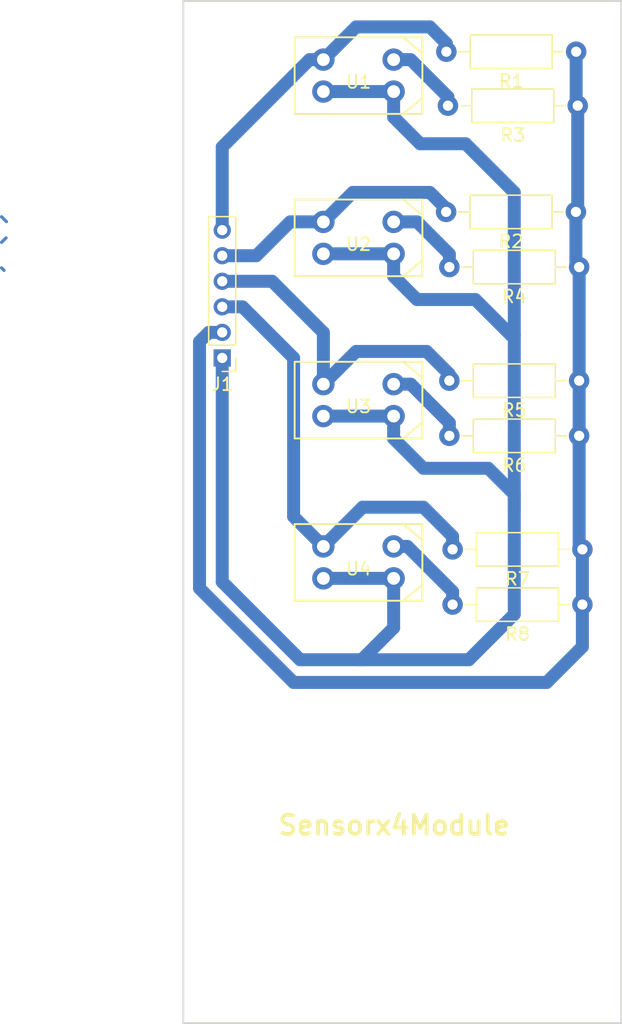
<source format=kicad_pcb>
(kicad_pcb (version 4) (host pcbnew 4.0.7-e2-6376~58~ubuntu16.04.1)

  (general
    (links 28)
    (no_connects 0)
    (area 109.044761 95.775 151.455002 136.735)
    (thickness 1.6)
    (drawings 7)
    (tracks 92)
    (zones 0)
    (modules 13)
    (nets 11)
  )

  (page A4)
  (layers
    (0 F.Cu signal)
    (31 B.Cu signal)
    (32 B.Adhes user)
    (33 F.Adhes user)
    (34 B.Paste user)
    (35 F.Paste user)
    (36 B.SilkS user)
    (37 F.SilkS user)
    (38 B.Mask user)
    (39 F.Mask user)
    (40 Dwgs.User user)
    (41 Cmts.User user)
    (42 Eco1.User user)
    (43 Eco2.User user)
    (44 Edge.Cuts user)
    (45 Margin user)
    (46 B.CrtYd user)
    (47 F.CrtYd user)
    (48 B.Fab user)
    (49 F.Fab user)
  )

  (setup
    (last_trace_width 0.25)
    (trace_clearance 0.2)
    (zone_clearance 0.508)
    (zone_45_only no)
    (trace_min 0.2)
    (segment_width 0.2)
    (edge_width 0.15)
    (via_size 0.6)
    (via_drill 0.4)
    (via_min_size 0.4)
    (via_min_drill 0.3)
    (uvia_size 0.3)
    (uvia_drill 0.1)
    (uvias_allowed no)
    (uvia_min_size 0.2)
    (uvia_min_drill 0.1)
    (pcb_text_width 0.3)
    (pcb_text_size 1.5 1.5)
    (mod_edge_width 0.15)
    (mod_text_size 1 1)
    (mod_text_width 0.15)
    (pad_size 1.524 1.524)
    (pad_drill 0.762)
    (pad_to_mask_clearance 0.2)
    (aux_axis_origin 0 0)
    (visible_elements FFFFFF7F)
    (pcbplotparams
      (layerselection 0x00030_80000001)
      (usegerberextensions false)
      (excludeedgelayer true)
      (linewidth 0.100000)
      (plotframeref false)
      (viasonmask false)
      (mode 1)
      (useauxorigin false)
      (hpglpennumber 1)
      (hpglpenspeed 20)
      (hpglpendiameter 15)
      (hpglpenoverlay 2)
      (psnegative false)
      (psa4output false)
      (plotreference true)
      (plotvalue true)
      (plotinvisibletext false)
      (padsonsilk false)
      (subtractmaskfromsilk false)
      (outputformat 1)
      (mirror false)
      (drillshape 1)
      (scaleselection 1)
      (outputdirectory ""))
  )

  (net 0 "")
  (net 1 /GND)
  (net 2 /VDD)
  (net 3 /sens4)
  (net 4 /sens3)
  (net 5 /sens2)
  (net 6 /sens1)
  (net 7 "Net-(R3-Pad2)")
  (net 8 "Net-(R4-Pad2)")
  (net 9 "Net-(R6-Pad2)")
  (net 10 "Net-(R8-Pad2)")

  (net_class Default "Dit is de standaard class."
    (clearance 0.2)
    (trace_width 0.25)
    (via_dia 0.6)
    (via_drill 0.4)
    (uvia_dia 0.3)
    (uvia_drill 0.1)
  )

  (net_class fortymill ""
    (clearance 0.2)
    (trace_width 1.016)
    (via_dia 0.6)
    (via_drill 0.4)
    (uvia_dia 0.3)
    (uvia_drill 0.1)
    (add_net /GND)
    (add_net /VDD)
    (add_net /sens1)
    (add_net /sens2)
    (add_net /sens3)
    (add_net /sens4)
    (add_net "Net-(R3-Pad2)")
    (add_net "Net-(R4-Pad2)")
    (add_net "Net-(R6-Pad2)")
    (add_net "Net-(R8-Pad2)")
  )

  (module lib:TRTC5000 (layer F.Cu) (tedit 5A842993) (tstamp 5AA92B27)
    (at 144.78 128.27)
    (path /5A9FF32A)
    (fp_text reference U3 (at 0 0.5) (layer F.SilkS)
      (effects (font (size 1 1) (thickness 0.15)))
    )
    (fp_text value TCRT5000 (at 0 -0.5) (layer F.Fab)
      (effects (font (size 1 1) (thickness 0.15)))
    )
    (fp_line (start 5 1.75) (end 3.5 3) (layer F.SilkS) (width 0.15))
    (fp_line (start 5 -1.75) (end 3.5 -3) (layer F.SilkS) (width 0.15))
    (fp_line (start -5 -3) (end 5 -3) (layer F.SilkS) (width 0.15))
    (fp_line (start 5 -3) (end 5 3) (layer F.SilkS) (width 0.15))
    (fp_line (start 5 3) (end -5 3) (layer F.SilkS) (width 0.15))
    (fp_line (start -5 3) (end -5 -3) (layer F.SilkS) (width 0.15))
    (pad 2 thru_hole circle (at -2.75 1.25) (size 1.75 1.75) (drill 1) (layers *.Cu *.Mask)
      (net 1 /GND))
    (pad 1 thru_hole circle (at -2.75 -1.25) (size 1.75 1.75) (drill 1) (layers *.Cu *.Mask)
      (net 4 /sens3))
    (pad 4 thru_hole circle (at 2.75 1.25) (size 1.75 1.75) (drill 1) (layers *.Cu *.Mask)
      (net 1 /GND))
    (pad 3 thru_hole circle (at 2.75 -1.25) (size 1.75 1.75) (drill 1) (layers *.Cu *.Mask)
      (net 9 "Net-(R6-Pad2)"))
  )

  (module lib:TRTC5000 (layer F.Cu) (tedit 5A842993) (tstamp 5AA92B1F)
    (at 144.78 115.57)
    (path /5A047469)
    (fp_text reference U2 (at 0 0.5) (layer F.SilkS)
      (effects (font (size 1 1) (thickness 0.15)))
    )
    (fp_text value TCRT5000 (at 0 -0.5) (layer F.Fab)
      (effects (font (size 1 1) (thickness 0.15)))
    )
    (fp_line (start 5 1.75) (end 3.5 3) (layer F.SilkS) (width 0.15))
    (fp_line (start 5 -1.75) (end 3.5 -3) (layer F.SilkS) (width 0.15))
    (fp_line (start -5 -3) (end 5 -3) (layer F.SilkS) (width 0.15))
    (fp_line (start 5 -3) (end 5 3) (layer F.SilkS) (width 0.15))
    (fp_line (start 5 3) (end -5 3) (layer F.SilkS) (width 0.15))
    (fp_line (start -5 3) (end -5 -3) (layer F.SilkS) (width 0.15))
    (pad 2 thru_hole circle (at -2.75 1.25) (size 1.75 1.75) (drill 1) (layers *.Cu *.Mask)
      (net 1 /GND))
    (pad 1 thru_hole circle (at -2.75 -1.25) (size 1.75 1.75) (drill 1) (layers *.Cu *.Mask)
      (net 5 /sens2))
    (pad 4 thru_hole circle (at 2.75 1.25) (size 1.75 1.75) (drill 1) (layers *.Cu *.Mask)
      (net 1 /GND))
    (pad 3 thru_hole circle (at 2.75 -1.25) (size 1.75 1.75) (drill 1) (layers *.Cu *.Mask)
      (net 8 "Net-(R4-Pad2)"))
  )

  (module lib:TRTC5000 (layer F.Cu) (tedit 5A842993) (tstamp 5AA92B17)
    (at 144.78 102.87)
    (path /5A047E19)
    (fp_text reference U1 (at 0 0.5) (layer F.SilkS)
      (effects (font (size 1 1) (thickness 0.15)))
    )
    (fp_text value TCRT5000 (at 0 -0.5) (layer F.Fab)
      (effects (font (size 1 1) (thickness 0.15)))
    )
    (fp_line (start 5 1.75) (end 3.5 3) (layer F.SilkS) (width 0.15))
    (fp_line (start 5 -1.75) (end 3.5 -3) (layer F.SilkS) (width 0.15))
    (fp_line (start -5 -3) (end 5 -3) (layer F.SilkS) (width 0.15))
    (fp_line (start 5 -3) (end 5 3) (layer F.SilkS) (width 0.15))
    (fp_line (start 5 3) (end -5 3) (layer F.SilkS) (width 0.15))
    (fp_line (start -5 3) (end -5 -3) (layer F.SilkS) (width 0.15))
    (pad 2 thru_hole circle (at -2.75 1.25) (size 1.75 1.75) (drill 1) (layers *.Cu *.Mask)
      (net 1 /GND))
    (pad 1 thru_hole circle (at -2.75 -1.25) (size 1.75 1.75) (drill 1) (layers *.Cu *.Mask)
      (net 6 /sens1))
    (pad 4 thru_hole circle (at 2.75 1.25) (size 1.75 1.75) (drill 1) (layers *.Cu *.Mask)
      (net 1 /GND))
    (pad 3 thru_hole circle (at 2.75 -1.25) (size 1.75 1.75) (drill 1) (layers *.Cu *.Mask)
      (net 7 "Net-(R3-Pad2)"))
  )

  (module Socket_Strips:Socket_Strip_Straight_1x06_Pitch2.00mm (layer F.Cu) (tedit 58CD544D) (tstamp 5AA92ADF)
    (at 134.112 124.968 180)
    (descr "Through hole straight socket strip, 1x06, 2.00mm pitch, single row")
    (tags "Through hole socket strip THT 1x06 2.00mm single row")
    (path /5AA00219)
    (fp_text reference J1 (at 0 -2.06 180) (layer F.SilkS)
      (effects (font (size 1 1) (thickness 0.15)))
    )
    (fp_text value Conn_01x06_Female (at 0 12.06 180) (layer F.Fab)
      (effects (font (size 1 1) (thickness 0.15)))
    )
    (fp_line (start -1 -1) (end -1 11) (layer F.Fab) (width 0.1))
    (fp_line (start -1 11) (end 1 11) (layer F.Fab) (width 0.1))
    (fp_line (start 1 11) (end 1 -1) (layer F.Fab) (width 0.1))
    (fp_line (start 1 -1) (end -1 -1) (layer F.Fab) (width 0.1))
    (fp_line (start -1.06 1) (end -1.06 11.06) (layer F.SilkS) (width 0.12))
    (fp_line (start -1.06 11.06) (end 1.06 11.06) (layer F.SilkS) (width 0.12))
    (fp_line (start 1.06 11.06) (end 1.06 1) (layer F.SilkS) (width 0.12))
    (fp_line (start 1.06 1) (end -1.06 1) (layer F.SilkS) (width 0.12))
    (fp_line (start -1.06 0) (end -1.06 -1.06) (layer F.SilkS) (width 0.12))
    (fp_line (start -1.06 -1.06) (end 0 -1.06) (layer F.SilkS) (width 0.12))
    (fp_line (start -1.5 -1.5) (end -1.5 11.5) (layer F.CrtYd) (width 0.05))
    (fp_line (start -1.5 11.5) (end 1.5 11.5) (layer F.CrtYd) (width 0.05))
    (fp_line (start 1.5 11.5) (end 1.5 -1.5) (layer F.CrtYd) (width 0.05))
    (fp_line (start 1.5 -1.5) (end -1.5 -1.5) (layer F.CrtYd) (width 0.05))
    (fp_text user %R (at 0 -2.06 180) (layer F.Fab)
      (effects (font (size 1 1) (thickness 0.15)))
    )
    (pad 1 thru_hole rect (at 0 0 180) (size 1.35 1.35) (drill 0.8) (layers *.Cu *.Mask)
      (net 1 /GND))
    (pad 2 thru_hole oval (at 0 2 180) (size 1.35 1.35) (drill 0.8) (layers *.Cu *.Mask)
      (net 2 /VDD))
    (pad 3 thru_hole oval (at 0 4 180) (size 1.35 1.35) (drill 0.8) (layers *.Cu *.Mask)
      (net 3 /sens4))
    (pad 4 thru_hole oval (at 0 6 180) (size 1.35 1.35) (drill 0.8) (layers *.Cu *.Mask)
      (net 4 /sens3))
    (pad 5 thru_hole oval (at 0 8 180) (size 1.35 1.35) (drill 0.8) (layers *.Cu *.Mask)
      (net 5 /sens2))
    (pad 6 thru_hole oval (at 0 10 180) (size 1.35 1.35) (drill 0.8) (layers *.Cu *.Mask)
      (net 6 /sens1))
    (model ${KISYS3DMOD}/Socket_Strips.3dshapes/Socket_Strip_Straight_1x06_Pitch2.00mm.wrl
      (at (xyz 0 0 0))
      (scale (xyz 1 1 1))
      (rotate (xyz 0 0 0))
    )
  )

  (module Resistors_THT:R_Axial_DIN0207_L6.3mm_D2.5mm_P10.16mm_Horizontal (layer F.Cu) (tedit 5874F706) (tstamp 5AA92AE5)
    (at 161.817 101 180)
    (descr "Resistor, Axial_DIN0207 series, Axial, Horizontal, pin pitch=10.16mm, 0.25W = 1/4W, length*diameter=6.3*2.5mm^2, http://cdn-reichelt.de/documents/datenblatt/B400/1_4W%23YAG.pdf")
    (tags "Resistor Axial_DIN0207 series Axial Horizontal pin pitch 10.16mm 0.25W = 1/4W length 6.3mm diameter 2.5mm")
    (path /5A047E13)
    (fp_text reference R1 (at 5.08 -2.31 180) (layer F.SilkS)
      (effects (font (size 1 1) (thickness 0.15)))
    )
    (fp_text value R56k (at 5.08 2.31 180) (layer F.Fab)
      (effects (font (size 1 1) (thickness 0.15)))
    )
    (fp_line (start 1.93 -1.25) (end 1.93 1.25) (layer F.Fab) (width 0.1))
    (fp_line (start 1.93 1.25) (end 8.23 1.25) (layer F.Fab) (width 0.1))
    (fp_line (start 8.23 1.25) (end 8.23 -1.25) (layer F.Fab) (width 0.1))
    (fp_line (start 8.23 -1.25) (end 1.93 -1.25) (layer F.Fab) (width 0.1))
    (fp_line (start 0 0) (end 1.93 0) (layer F.Fab) (width 0.1))
    (fp_line (start 10.16 0) (end 8.23 0) (layer F.Fab) (width 0.1))
    (fp_line (start 1.87 -1.31) (end 1.87 1.31) (layer F.SilkS) (width 0.12))
    (fp_line (start 1.87 1.31) (end 8.29 1.31) (layer F.SilkS) (width 0.12))
    (fp_line (start 8.29 1.31) (end 8.29 -1.31) (layer F.SilkS) (width 0.12))
    (fp_line (start 8.29 -1.31) (end 1.87 -1.31) (layer F.SilkS) (width 0.12))
    (fp_line (start 0.98 0) (end 1.87 0) (layer F.SilkS) (width 0.12))
    (fp_line (start 9.18 0) (end 8.29 0) (layer F.SilkS) (width 0.12))
    (fp_line (start -1.05 -1.6) (end -1.05 1.6) (layer F.CrtYd) (width 0.05))
    (fp_line (start -1.05 1.6) (end 11.25 1.6) (layer F.CrtYd) (width 0.05))
    (fp_line (start 11.25 1.6) (end 11.25 -1.6) (layer F.CrtYd) (width 0.05))
    (fp_line (start 11.25 -1.6) (end -1.05 -1.6) (layer F.CrtYd) (width 0.05))
    (pad 1 thru_hole circle (at 0 0 180) (size 1.6 1.6) (drill 0.8) (layers *.Cu *.Mask)
      (net 2 /VDD))
    (pad 2 thru_hole oval (at 10.16 0 180) (size 1.6 1.6) (drill 0.8) (layers *.Cu *.Mask)
      (net 6 /sens1))
    (model ${KISYS3DMOD}/Resistors_THT.3dshapes/R_Axial_DIN0207_L6.3mm_D2.5mm_P10.16mm_Horizontal.wrl
      (at (xyz 0 0 0))
      (scale (xyz 0.393701 0.393701 0.393701))
      (rotate (xyz 0 0 0))
    )
  )

  (module Resistors_THT:R_Axial_DIN0207_L6.3mm_D2.5mm_P10.16mm_Horizontal (layer F.Cu) (tedit 5874F706) (tstamp 5AA92AEB)
    (at 161.798 113.538 180)
    (descr "Resistor, Axial_DIN0207 series, Axial, Horizontal, pin pitch=10.16mm, 0.25W = 1/4W, length*diameter=6.3*2.5mm^2, http://cdn-reichelt.de/documents/datenblatt/B400/1_4W%23YAG.pdf")
    (tags "Resistor Axial_DIN0207 series Axial Horizontal pin pitch 10.16mm 0.25W = 1/4W length 6.3mm diameter 2.5mm")
    (path /5A0472AF)
    (fp_text reference R2 (at 5.08 -2.31 180) (layer F.SilkS)
      (effects (font (size 1 1) (thickness 0.15)))
    )
    (fp_text value R56k (at 5.08 2.31 180) (layer F.Fab)
      (effects (font (size 1 1) (thickness 0.15)))
    )
    (fp_line (start 1.93 -1.25) (end 1.93 1.25) (layer F.Fab) (width 0.1))
    (fp_line (start 1.93 1.25) (end 8.23 1.25) (layer F.Fab) (width 0.1))
    (fp_line (start 8.23 1.25) (end 8.23 -1.25) (layer F.Fab) (width 0.1))
    (fp_line (start 8.23 -1.25) (end 1.93 -1.25) (layer F.Fab) (width 0.1))
    (fp_line (start 0 0) (end 1.93 0) (layer F.Fab) (width 0.1))
    (fp_line (start 10.16 0) (end 8.23 0) (layer F.Fab) (width 0.1))
    (fp_line (start 1.87 -1.31) (end 1.87 1.31) (layer F.SilkS) (width 0.12))
    (fp_line (start 1.87 1.31) (end 8.29 1.31) (layer F.SilkS) (width 0.12))
    (fp_line (start 8.29 1.31) (end 8.29 -1.31) (layer F.SilkS) (width 0.12))
    (fp_line (start 8.29 -1.31) (end 1.87 -1.31) (layer F.SilkS) (width 0.12))
    (fp_line (start 0.98 0) (end 1.87 0) (layer F.SilkS) (width 0.12))
    (fp_line (start 9.18 0) (end 8.29 0) (layer F.SilkS) (width 0.12))
    (fp_line (start -1.05 -1.6) (end -1.05 1.6) (layer F.CrtYd) (width 0.05))
    (fp_line (start -1.05 1.6) (end 11.25 1.6) (layer F.CrtYd) (width 0.05))
    (fp_line (start 11.25 1.6) (end 11.25 -1.6) (layer F.CrtYd) (width 0.05))
    (fp_line (start 11.25 -1.6) (end -1.05 -1.6) (layer F.CrtYd) (width 0.05))
    (pad 1 thru_hole circle (at 0 0 180) (size 1.6 1.6) (drill 0.8) (layers *.Cu *.Mask)
      (net 2 /VDD))
    (pad 2 thru_hole oval (at 10.16 0 180) (size 1.6 1.6) (drill 0.8) (layers *.Cu *.Mask)
      (net 5 /sens2))
    (model ${KISYS3DMOD}/Resistors_THT.3dshapes/R_Axial_DIN0207_L6.3mm_D2.5mm_P10.16mm_Horizontal.wrl
      (at (xyz 0 0 0))
      (scale (xyz 0.393701 0.393701 0.393701))
      (rotate (xyz 0 0 0))
    )
  )

  (module Resistors_THT:R_Axial_DIN0207_L6.3mm_D2.5mm_P10.16mm_Horizontal (layer F.Cu) (tedit 5874F706) (tstamp 5AA92AF1)
    (at 161.942 105.225 180)
    (descr "Resistor, Axial_DIN0207 series, Axial, Horizontal, pin pitch=10.16mm, 0.25W = 1/4W, length*diameter=6.3*2.5mm^2, http://cdn-reichelt.de/documents/datenblatt/B400/1_4W%23YAG.pdf")
    (tags "Resistor Axial_DIN0207 series Axial Horizontal pin pitch 10.16mm 0.25W = 1/4W length 6.3mm diameter 2.5mm")
    (path /5A047E29)
    (fp_text reference R3 (at 5.08 -2.31 180) (layer F.SilkS)
      (effects (font (size 1 1) (thickness 0.15)))
    )
    (fp_text value R220k (at 5.08 2.31 180) (layer F.Fab)
      (effects (font (size 1 1) (thickness 0.15)))
    )
    (fp_line (start 1.93 -1.25) (end 1.93 1.25) (layer F.Fab) (width 0.1))
    (fp_line (start 1.93 1.25) (end 8.23 1.25) (layer F.Fab) (width 0.1))
    (fp_line (start 8.23 1.25) (end 8.23 -1.25) (layer F.Fab) (width 0.1))
    (fp_line (start 8.23 -1.25) (end 1.93 -1.25) (layer F.Fab) (width 0.1))
    (fp_line (start 0 0) (end 1.93 0) (layer F.Fab) (width 0.1))
    (fp_line (start 10.16 0) (end 8.23 0) (layer F.Fab) (width 0.1))
    (fp_line (start 1.87 -1.31) (end 1.87 1.31) (layer F.SilkS) (width 0.12))
    (fp_line (start 1.87 1.31) (end 8.29 1.31) (layer F.SilkS) (width 0.12))
    (fp_line (start 8.29 1.31) (end 8.29 -1.31) (layer F.SilkS) (width 0.12))
    (fp_line (start 8.29 -1.31) (end 1.87 -1.31) (layer F.SilkS) (width 0.12))
    (fp_line (start 0.98 0) (end 1.87 0) (layer F.SilkS) (width 0.12))
    (fp_line (start 9.18 0) (end 8.29 0) (layer F.SilkS) (width 0.12))
    (fp_line (start -1.05 -1.6) (end -1.05 1.6) (layer F.CrtYd) (width 0.05))
    (fp_line (start -1.05 1.6) (end 11.25 1.6) (layer F.CrtYd) (width 0.05))
    (fp_line (start 11.25 1.6) (end 11.25 -1.6) (layer F.CrtYd) (width 0.05))
    (fp_line (start 11.25 -1.6) (end -1.05 -1.6) (layer F.CrtYd) (width 0.05))
    (pad 1 thru_hole circle (at 0 0 180) (size 1.6 1.6) (drill 0.8) (layers *.Cu *.Mask)
      (net 2 /VDD))
    (pad 2 thru_hole oval (at 10.16 0 180) (size 1.6 1.6) (drill 0.8) (layers *.Cu *.Mask)
      (net 7 "Net-(R3-Pad2)"))
    (model ${KISYS3DMOD}/Resistors_THT.3dshapes/R_Axial_DIN0207_L6.3mm_D2.5mm_P10.16mm_Horizontal.wrl
      (at (xyz 0 0 0))
      (scale (xyz 0.393701 0.393701 0.393701))
      (rotate (xyz 0 0 0))
    )
  )

  (module Resistors_THT:R_Axial_DIN0207_L6.3mm_D2.5mm_P10.16mm_Horizontal (layer F.Cu) (tedit 5874F706) (tstamp 5AA92AF7)
    (at 162.052 117.856 180)
    (descr "Resistor, Axial_DIN0207 series, Axial, Horizontal, pin pitch=10.16mm, 0.25W = 1/4W, length*diameter=6.3*2.5mm^2, http://cdn-reichelt.de/documents/datenblatt/B400/1_4W%23YAG.pdf")
    (tags "Resistor Axial_DIN0207 series Axial Horizontal pin pitch 10.16mm 0.25W = 1/4W length 6.3mm diameter 2.5mm")
    (path /5A047530)
    (fp_text reference R4 (at 5.08 -2.31 180) (layer F.SilkS)
      (effects (font (size 1 1) (thickness 0.15)))
    )
    (fp_text value R220k (at 5.08 2.31 180) (layer F.Fab)
      (effects (font (size 1 1) (thickness 0.15)))
    )
    (fp_line (start 1.93 -1.25) (end 1.93 1.25) (layer F.Fab) (width 0.1))
    (fp_line (start 1.93 1.25) (end 8.23 1.25) (layer F.Fab) (width 0.1))
    (fp_line (start 8.23 1.25) (end 8.23 -1.25) (layer F.Fab) (width 0.1))
    (fp_line (start 8.23 -1.25) (end 1.93 -1.25) (layer F.Fab) (width 0.1))
    (fp_line (start 0 0) (end 1.93 0) (layer F.Fab) (width 0.1))
    (fp_line (start 10.16 0) (end 8.23 0) (layer F.Fab) (width 0.1))
    (fp_line (start 1.87 -1.31) (end 1.87 1.31) (layer F.SilkS) (width 0.12))
    (fp_line (start 1.87 1.31) (end 8.29 1.31) (layer F.SilkS) (width 0.12))
    (fp_line (start 8.29 1.31) (end 8.29 -1.31) (layer F.SilkS) (width 0.12))
    (fp_line (start 8.29 -1.31) (end 1.87 -1.31) (layer F.SilkS) (width 0.12))
    (fp_line (start 0.98 0) (end 1.87 0) (layer F.SilkS) (width 0.12))
    (fp_line (start 9.18 0) (end 8.29 0) (layer F.SilkS) (width 0.12))
    (fp_line (start -1.05 -1.6) (end -1.05 1.6) (layer F.CrtYd) (width 0.05))
    (fp_line (start -1.05 1.6) (end 11.25 1.6) (layer F.CrtYd) (width 0.05))
    (fp_line (start 11.25 1.6) (end 11.25 -1.6) (layer F.CrtYd) (width 0.05))
    (fp_line (start 11.25 -1.6) (end -1.05 -1.6) (layer F.CrtYd) (width 0.05))
    (pad 1 thru_hole circle (at 0 0 180) (size 1.6 1.6) (drill 0.8) (layers *.Cu *.Mask)
      (net 2 /VDD))
    (pad 2 thru_hole oval (at 10.16 0 180) (size 1.6 1.6) (drill 0.8) (layers *.Cu *.Mask)
      (net 8 "Net-(R4-Pad2)"))
    (model ${KISYS3DMOD}/Resistors_THT.3dshapes/R_Axial_DIN0207_L6.3mm_D2.5mm_P10.16mm_Horizontal.wrl
      (at (xyz 0 0 0))
      (scale (xyz 0.393701 0.393701 0.393701))
      (rotate (xyz 0 0 0))
    )
  )

  (module Resistors_THT:R_Axial_DIN0207_L6.3mm_D2.5mm_P10.16mm_Horizontal (layer F.Cu) (tedit 5874F706) (tstamp 5AA92AFD)
    (at 162.052 126.746 180)
    (descr "Resistor, Axial_DIN0207 series, Axial, Horizontal, pin pitch=10.16mm, 0.25W = 1/4W, length*diameter=6.3*2.5mm^2, http://cdn-reichelt.de/documents/datenblatt/B400/1_4W%23YAG.pdf")
    (tags "Resistor Axial_DIN0207 series Axial Horizontal pin pitch 10.16mm 0.25W = 1/4W length 6.3mm diameter 2.5mm")
    (path /5A9FF324)
    (fp_text reference R5 (at 5.08 -2.31 180) (layer F.SilkS)
      (effects (font (size 1 1) (thickness 0.15)))
    )
    (fp_text value R56k (at 5.08 2.31 180) (layer F.Fab)
      (effects (font (size 1 1) (thickness 0.15)))
    )
    (fp_line (start 1.93 -1.25) (end 1.93 1.25) (layer F.Fab) (width 0.1))
    (fp_line (start 1.93 1.25) (end 8.23 1.25) (layer F.Fab) (width 0.1))
    (fp_line (start 8.23 1.25) (end 8.23 -1.25) (layer F.Fab) (width 0.1))
    (fp_line (start 8.23 -1.25) (end 1.93 -1.25) (layer F.Fab) (width 0.1))
    (fp_line (start 0 0) (end 1.93 0) (layer F.Fab) (width 0.1))
    (fp_line (start 10.16 0) (end 8.23 0) (layer F.Fab) (width 0.1))
    (fp_line (start 1.87 -1.31) (end 1.87 1.31) (layer F.SilkS) (width 0.12))
    (fp_line (start 1.87 1.31) (end 8.29 1.31) (layer F.SilkS) (width 0.12))
    (fp_line (start 8.29 1.31) (end 8.29 -1.31) (layer F.SilkS) (width 0.12))
    (fp_line (start 8.29 -1.31) (end 1.87 -1.31) (layer F.SilkS) (width 0.12))
    (fp_line (start 0.98 0) (end 1.87 0) (layer F.SilkS) (width 0.12))
    (fp_line (start 9.18 0) (end 8.29 0) (layer F.SilkS) (width 0.12))
    (fp_line (start -1.05 -1.6) (end -1.05 1.6) (layer F.CrtYd) (width 0.05))
    (fp_line (start -1.05 1.6) (end 11.25 1.6) (layer F.CrtYd) (width 0.05))
    (fp_line (start 11.25 1.6) (end 11.25 -1.6) (layer F.CrtYd) (width 0.05))
    (fp_line (start 11.25 -1.6) (end -1.05 -1.6) (layer F.CrtYd) (width 0.05))
    (pad 1 thru_hole circle (at 0 0 180) (size 1.6 1.6) (drill 0.8) (layers *.Cu *.Mask)
      (net 2 /VDD))
    (pad 2 thru_hole oval (at 10.16 0 180) (size 1.6 1.6) (drill 0.8) (layers *.Cu *.Mask)
      (net 4 /sens3))
    (model ${KISYS3DMOD}/Resistors_THT.3dshapes/R_Axial_DIN0207_L6.3mm_D2.5mm_P10.16mm_Horizontal.wrl
      (at (xyz 0 0 0))
      (scale (xyz 0.393701 0.393701 0.393701))
      (rotate (xyz 0 0 0))
    )
  )

  (module Resistors_THT:R_Axial_DIN0207_L6.3mm_D2.5mm_P10.16mm_Horizontal (layer F.Cu) (tedit 5874F706) (tstamp 5AA92B03)
    (at 162.052 131.064 180)
    (descr "Resistor, Axial_DIN0207 series, Axial, Horizontal, pin pitch=10.16mm, 0.25W = 1/4W, length*diameter=6.3*2.5mm^2, http://cdn-reichelt.de/documents/datenblatt/B400/1_4W%23YAG.pdf")
    (tags "Resistor Axial_DIN0207 series Axial Horizontal pin pitch 10.16mm 0.25W = 1/4W length 6.3mm diameter 2.5mm")
    (path /5A9FF330)
    (fp_text reference R6 (at 5.08 -2.31 180) (layer F.SilkS)
      (effects (font (size 1 1) (thickness 0.15)))
    )
    (fp_text value R220k (at 5.08 2.31 180) (layer F.Fab)
      (effects (font (size 1 1) (thickness 0.15)))
    )
    (fp_line (start 1.93 -1.25) (end 1.93 1.25) (layer F.Fab) (width 0.1))
    (fp_line (start 1.93 1.25) (end 8.23 1.25) (layer F.Fab) (width 0.1))
    (fp_line (start 8.23 1.25) (end 8.23 -1.25) (layer F.Fab) (width 0.1))
    (fp_line (start 8.23 -1.25) (end 1.93 -1.25) (layer F.Fab) (width 0.1))
    (fp_line (start 0 0) (end 1.93 0) (layer F.Fab) (width 0.1))
    (fp_line (start 10.16 0) (end 8.23 0) (layer F.Fab) (width 0.1))
    (fp_line (start 1.87 -1.31) (end 1.87 1.31) (layer F.SilkS) (width 0.12))
    (fp_line (start 1.87 1.31) (end 8.29 1.31) (layer F.SilkS) (width 0.12))
    (fp_line (start 8.29 1.31) (end 8.29 -1.31) (layer F.SilkS) (width 0.12))
    (fp_line (start 8.29 -1.31) (end 1.87 -1.31) (layer F.SilkS) (width 0.12))
    (fp_line (start 0.98 0) (end 1.87 0) (layer F.SilkS) (width 0.12))
    (fp_line (start 9.18 0) (end 8.29 0) (layer F.SilkS) (width 0.12))
    (fp_line (start -1.05 -1.6) (end -1.05 1.6) (layer F.CrtYd) (width 0.05))
    (fp_line (start -1.05 1.6) (end 11.25 1.6) (layer F.CrtYd) (width 0.05))
    (fp_line (start 11.25 1.6) (end 11.25 -1.6) (layer F.CrtYd) (width 0.05))
    (fp_line (start 11.25 -1.6) (end -1.05 -1.6) (layer F.CrtYd) (width 0.05))
    (pad 1 thru_hole circle (at 0 0 180) (size 1.6 1.6) (drill 0.8) (layers *.Cu *.Mask)
      (net 2 /VDD))
    (pad 2 thru_hole oval (at 10.16 0 180) (size 1.6 1.6) (drill 0.8) (layers *.Cu *.Mask)
      (net 9 "Net-(R6-Pad2)"))
    (model ${KISYS3DMOD}/Resistors_THT.3dshapes/R_Axial_DIN0207_L6.3mm_D2.5mm_P10.16mm_Horizontal.wrl
      (at (xyz 0 0 0))
      (scale (xyz 0.393701 0.393701 0.393701))
      (rotate (xyz 0 0 0))
    )
  )

  (module Resistors_THT:R_Axial_DIN0207_L6.3mm_D2.5mm_P10.16mm_Horizontal (layer F.Cu) (tedit 5874F706) (tstamp 5AA92B09)
    (at 162.306 139.954 180)
    (descr "Resistor, Axial_DIN0207 series, Axial, Horizontal, pin pitch=10.16mm, 0.25W = 1/4W, length*diameter=6.3*2.5mm^2, http://cdn-reichelt.de/documents/datenblatt/B400/1_4W%23YAG.pdf")
    (tags "Resistor Axial_DIN0207 series Axial Horizontal pin pitch 10.16mm 0.25W = 1/4W length 6.3mm diameter 2.5mm")
    (path /5A9FF4E3)
    (fp_text reference R7 (at 5.08 -2.31 180) (layer F.SilkS)
      (effects (font (size 1 1) (thickness 0.15)))
    )
    (fp_text value R56k (at 5.08 2.31 180) (layer F.Fab)
      (effects (font (size 1 1) (thickness 0.15)))
    )
    (fp_line (start 1.93 -1.25) (end 1.93 1.25) (layer F.Fab) (width 0.1))
    (fp_line (start 1.93 1.25) (end 8.23 1.25) (layer F.Fab) (width 0.1))
    (fp_line (start 8.23 1.25) (end 8.23 -1.25) (layer F.Fab) (width 0.1))
    (fp_line (start 8.23 -1.25) (end 1.93 -1.25) (layer F.Fab) (width 0.1))
    (fp_line (start 0 0) (end 1.93 0) (layer F.Fab) (width 0.1))
    (fp_line (start 10.16 0) (end 8.23 0) (layer F.Fab) (width 0.1))
    (fp_line (start 1.87 -1.31) (end 1.87 1.31) (layer F.SilkS) (width 0.12))
    (fp_line (start 1.87 1.31) (end 8.29 1.31) (layer F.SilkS) (width 0.12))
    (fp_line (start 8.29 1.31) (end 8.29 -1.31) (layer F.SilkS) (width 0.12))
    (fp_line (start 8.29 -1.31) (end 1.87 -1.31) (layer F.SilkS) (width 0.12))
    (fp_line (start 0.98 0) (end 1.87 0) (layer F.SilkS) (width 0.12))
    (fp_line (start 9.18 0) (end 8.29 0) (layer F.SilkS) (width 0.12))
    (fp_line (start -1.05 -1.6) (end -1.05 1.6) (layer F.CrtYd) (width 0.05))
    (fp_line (start -1.05 1.6) (end 11.25 1.6) (layer F.CrtYd) (width 0.05))
    (fp_line (start 11.25 1.6) (end 11.25 -1.6) (layer F.CrtYd) (width 0.05))
    (fp_line (start 11.25 -1.6) (end -1.05 -1.6) (layer F.CrtYd) (width 0.05))
    (pad 1 thru_hole circle (at 0 0 180) (size 1.6 1.6) (drill 0.8) (layers *.Cu *.Mask)
      (net 2 /VDD))
    (pad 2 thru_hole oval (at 10.16 0 180) (size 1.6 1.6) (drill 0.8) (layers *.Cu *.Mask)
      (net 3 /sens4))
    (model ${KISYS3DMOD}/Resistors_THT.3dshapes/R_Axial_DIN0207_L6.3mm_D2.5mm_P10.16mm_Horizontal.wrl
      (at (xyz 0 0 0))
      (scale (xyz 0.393701 0.393701 0.393701))
      (rotate (xyz 0 0 0))
    )
  )

  (module Resistors_THT:R_Axial_DIN0207_L6.3mm_D2.5mm_P10.16mm_Horizontal (layer F.Cu) (tedit 5874F706) (tstamp 5AA92B0F)
    (at 162.306 144.272 180)
    (descr "Resistor, Axial_DIN0207 series, Axial, Horizontal, pin pitch=10.16mm, 0.25W = 1/4W, length*diameter=6.3*2.5mm^2, http://cdn-reichelt.de/documents/datenblatt/B400/1_4W%23YAG.pdf")
    (tags "Resistor Axial_DIN0207 series Axial Horizontal pin pitch 10.16mm 0.25W = 1/4W length 6.3mm diameter 2.5mm")
    (path /5A9FF4EF)
    (fp_text reference R8 (at 5.08 -2.31 180) (layer F.SilkS)
      (effects (font (size 1 1) (thickness 0.15)))
    )
    (fp_text value R220k (at 5.08 2.31 180) (layer F.Fab)
      (effects (font (size 1 1) (thickness 0.15)))
    )
    (fp_line (start 1.93 -1.25) (end 1.93 1.25) (layer F.Fab) (width 0.1))
    (fp_line (start 1.93 1.25) (end 8.23 1.25) (layer F.Fab) (width 0.1))
    (fp_line (start 8.23 1.25) (end 8.23 -1.25) (layer F.Fab) (width 0.1))
    (fp_line (start 8.23 -1.25) (end 1.93 -1.25) (layer F.Fab) (width 0.1))
    (fp_line (start 0 0) (end 1.93 0) (layer F.Fab) (width 0.1))
    (fp_line (start 10.16 0) (end 8.23 0) (layer F.Fab) (width 0.1))
    (fp_line (start 1.87 -1.31) (end 1.87 1.31) (layer F.SilkS) (width 0.12))
    (fp_line (start 1.87 1.31) (end 8.29 1.31) (layer F.SilkS) (width 0.12))
    (fp_line (start 8.29 1.31) (end 8.29 -1.31) (layer F.SilkS) (width 0.12))
    (fp_line (start 8.29 -1.31) (end 1.87 -1.31) (layer F.SilkS) (width 0.12))
    (fp_line (start 0.98 0) (end 1.87 0) (layer F.SilkS) (width 0.12))
    (fp_line (start 9.18 0) (end 8.29 0) (layer F.SilkS) (width 0.12))
    (fp_line (start -1.05 -1.6) (end -1.05 1.6) (layer F.CrtYd) (width 0.05))
    (fp_line (start -1.05 1.6) (end 11.25 1.6) (layer F.CrtYd) (width 0.05))
    (fp_line (start 11.25 1.6) (end 11.25 -1.6) (layer F.CrtYd) (width 0.05))
    (fp_line (start 11.25 -1.6) (end -1.05 -1.6) (layer F.CrtYd) (width 0.05))
    (pad 1 thru_hole circle (at 0 0 180) (size 1.6 1.6) (drill 0.8) (layers *.Cu *.Mask)
      (net 2 /VDD))
    (pad 2 thru_hole oval (at 10.16 0 180) (size 1.6 1.6) (drill 0.8) (layers *.Cu *.Mask)
      (net 10 "Net-(R8-Pad2)"))
    (model ${KISYS3DMOD}/Resistors_THT.3dshapes/R_Axial_DIN0207_L6.3mm_D2.5mm_P10.16mm_Horizontal.wrl
      (at (xyz 0 0 0))
      (scale (xyz 0.393701 0.393701 0.393701))
      (rotate (xyz 0 0 0))
    )
  )

  (module lib:TRTC5000 (layer F.Cu) (tedit 5A842993) (tstamp 5AA92B2F)
    (at 144.78 140.97)
    (path /5A9FF4E9)
    (fp_text reference U4 (at 0 0.5) (layer F.SilkS)
      (effects (font (size 1 1) (thickness 0.15)))
    )
    (fp_text value TCRT5000 (at 0 -0.5) (layer F.Fab)
      (effects (font (size 1 1) (thickness 0.15)))
    )
    (fp_line (start 5 1.75) (end 3.5 3) (layer F.SilkS) (width 0.15))
    (fp_line (start 5 -1.75) (end 3.5 -3) (layer F.SilkS) (width 0.15))
    (fp_line (start -5 -3) (end 5 -3) (layer F.SilkS) (width 0.15))
    (fp_line (start 5 -3) (end 5 3) (layer F.SilkS) (width 0.15))
    (fp_line (start 5 3) (end -5 3) (layer F.SilkS) (width 0.15))
    (fp_line (start -5 3) (end -5 -3) (layer F.SilkS) (width 0.15))
    (pad 2 thru_hole circle (at -2.75 1.25) (size 1.75 1.75) (drill 1) (layers *.Cu *.Mask)
      (net 1 /GND))
    (pad 1 thru_hole circle (at -2.75 -1.25) (size 1.75 1.75) (drill 1) (layers *.Cu *.Mask)
      (net 3 /sens4))
    (pad 4 thru_hole circle (at 2.75 1.25) (size 1.75 1.75) (drill 1) (layers *.Cu *.Mask)
      (net 1 /GND))
    (pad 3 thru_hole circle (at 2.75 -1.25) (size 1.75 1.75) (drill 1) (layers *.Cu *.Mask)
      (net 10 "Net-(R8-Pad2)"))
  )

  (gr_text Sensorx4Module (at 147.574 161.544) (layer F.SilkS)
    (effects (font (size 1.5 1.5) (thickness 0.3)))
  )
  (gr_line (start 165.354 97.028) (end 163.83 97.028) (angle 90) (layer Edge.Cuts) (width 0.15))
  (gr_line (start 165.354 177.038) (end 165.354 97.028) (angle 90) (layer Edge.Cuts) (width 0.15))
  (gr_line (start 131.064 177.038) (end 165.354 177.038) (angle 90) (layer Edge.Cuts) (width 0.15))
  (gr_line (start 131.064 97.028) (end 131.064 177.038) (angle 90) (layer Edge.Cuts) (width 0.15))
  (gr_line (start 131.572 97.028) (end 131.064 97.028) (angle 90) (layer Edge.Cuts) (width 0.15))
  (gr_line (start 163.83 97.028) (end 131.572 97.028) (angle 90) (layer Edge.Cuts) (width 0.15))

  (segment (start 117.03 118.11) (end 116.84 117.92) (width 0.25) (layer B.Cu) (net 0) (tstamp 5AA9310F))
  (segment (start 117.19 115.57) (end 116.84 115.92) (width 0.25) (layer B.Cu) (net 0) (tstamp 5AA930FF))
  (segment (start 117.22 114.3) (end 116.84 113.92) (width 0.25) (layer B.Cu) (net 0) (tstamp 5AA930F2))
  (segment (start 144.78 148.59) (end 145.034 148.59) (width 1.016) (layer B.Cu) (net 1))
  (segment (start 147.53 146.094) (end 147.53 142.22) (width 1.016) (layer B.Cu) (net 1) (tstamp 5AAA570D) (status 800000))
  (segment (start 145.034 148.59) (end 147.53 146.094) (width 1.016) (layer B.Cu) (net 1) (tstamp 5AAA570C))
  (segment (start 156.972 136.906) (end 156.972 135.636) (width 1.016) (layer B.Cu) (net 1))
  (segment (start 147.53 131.274) (end 147.53 129.52) (width 1.016) (layer B.Cu) (net 1) (tstamp 5AAA5707) (status 800000))
  (segment (start 149.86 133.604) (end 147.53 131.274) (width 1.016) (layer B.Cu) (net 1) (tstamp 5AAA5706))
  (segment (start 154.94 133.604) (end 149.86 133.604) (width 1.016) (layer B.Cu) (net 1) (tstamp 5AAA5705))
  (segment (start 156.972 135.636) (end 154.94 133.604) (width 1.016) (layer B.Cu) (net 1) (tstamp 5AAA5704))
  (segment (start 156.972 123.19) (end 156.718 123.19) (width 1.016) (layer B.Cu) (net 1))
  (segment (start 147.53 118.574) (end 147.53 116.82) (width 1.016) (layer B.Cu) (net 1) (tstamp 5AAA56FF) (status 800000))
  (segment (start 149.352 120.396) (end 147.53 118.574) (width 1.016) (layer B.Cu) (net 1) (tstamp 5AAA56FE))
  (segment (start 153.924 120.396) (end 149.352 120.396) (width 1.016) (layer B.Cu) (net 1) (tstamp 5AAA56FD))
  (segment (start 156.718 123.19) (end 153.924 120.396) (width 1.016) (layer B.Cu) (net 1) (tstamp 5AAA56FC))
  (segment (start 134.112 124.968) (end 134.112 142.494) (width 1.016) (layer B.Cu) (net 1) (status 400000))
  (segment (start 147.53 106.128) (end 147.53 104.12) (width 1.016) (layer B.Cu) (net 1) (tstamp 5AAA56E7) (status 800000))
  (segment (start 149.606 108.204) (end 147.53 106.128) (width 1.016) (layer B.Cu) (net 1) (tstamp 5AAA56E6))
  (segment (start 153.162 108.204) (end 149.606 108.204) (width 1.016) (layer B.Cu) (net 1) (tstamp 5AAA56E5))
  (segment (start 156.972 112.014) (end 153.162 108.204) (width 1.016) (layer B.Cu) (net 1) (tstamp 5AAA56E4))
  (segment (start 156.972 145.034) (end 156.972 136.906) (width 1.016) (layer B.Cu) (net 1) (tstamp 5AAA56E3))
  (segment (start 156.972 136.906) (end 156.972 123.19) (width 1.016) (layer B.Cu) (net 1) (tstamp 5AAA5702))
  (segment (start 156.972 123.19) (end 156.972 112.014) (width 1.016) (layer B.Cu) (net 1) (tstamp 5AAA56FA))
  (segment (start 153.416 148.59) (end 156.972 145.034) (width 1.016) (layer B.Cu) (net 1) (tstamp 5AAA56E2))
  (segment (start 140.208 148.59) (end 144.78 148.59) (width 1.016) (layer B.Cu) (net 1) (tstamp 5AAA56E0))
  (segment (start 144.78 148.59) (end 153.416 148.59) (width 1.016) (layer B.Cu) (net 1) (tstamp 5AAA570A))
  (segment (start 134.112 142.494) (end 140.208 148.59) (width 1.016) (layer B.Cu) (net 1) (tstamp 5AAA56DE))
  (segment (start 142.03 104.12) (end 147.53 104.12) (width 1.016) (layer B.Cu) (net 1) (status C00000))
  (segment (start 142.03 116.82) (end 147.53 116.82) (width 1.016) (layer B.Cu) (net 1) (status C00000))
  (segment (start 142.03 129.52) (end 147.53 129.52) (width 1.016) (layer B.Cu) (net 1) (status C00000))
  (segment (start 142.03 142.22) (end 147.53 142.22) (width 1.016) (layer B.Cu) (net 1) (status C00000))
  (segment (start 161.817 101) (end 161.817 105.1) (width 1.016) (layer B.Cu) (net 2) (status C00000))
  (segment (start 161.817 105.1) (end 161.942 105.225) (width 1.016) (layer B.Cu) (net 2) (tstamp 5AAA5730) (status C00000))
  (segment (start 161.942 105.225) (end 161.942 113.394) (width 1.016) (layer B.Cu) (net 2) (status C00000))
  (segment (start 161.942 113.394) (end 161.798 113.538) (width 1.016) (layer B.Cu) (net 2) (tstamp 5AAA572D) (status C00000))
  (segment (start 161.798 113.538) (end 161.798 117.602) (width 1.016) (layer B.Cu) (net 2) (status C00000))
  (segment (start 161.798 117.602) (end 162.052 117.856) (width 1.016) (layer B.Cu) (net 2) (tstamp 5AAA572A) (status C00000))
  (segment (start 162.052 117.856) (end 162.052 126.746) (width 1.016) (layer B.Cu) (net 2) (status C00000))
  (segment (start 162.052 126.746) (end 162.052 131.064) (width 1.016) (layer B.Cu) (net 2) (status C00000))
  (segment (start 162.052 131.064) (end 162.052 139.7) (width 1.016) (layer B.Cu) (net 2) (status C00000))
  (segment (start 162.052 139.7) (end 162.306 139.954) (width 1.016) (layer B.Cu) (net 2) (tstamp 5AAA5723) (status C00000))
  (segment (start 162.306 144.272) (end 162.306 139.954) (width 1.016) (layer B.Cu) (net 2) (status C00000))
  (segment (start 134.112 122.968) (end 133.064 122.968) (width 1.016) (layer B.Cu) (net 2) (status 400000))
  (segment (start 162.306 147.574) (end 162.306 144.272) (width 1.016) (layer B.Cu) (net 2) (tstamp 5AAA571E) (status 800000))
  (segment (start 159.512 150.368) (end 162.306 147.574) (width 1.016) (layer B.Cu) (net 2) (tstamp 5AAA571D))
  (segment (start 139.7 150.368) (end 159.512 150.368) (width 1.016) (layer B.Cu) (net 2) (tstamp 5AAA571B))
  (segment (start 132.334 143.002) (end 139.7 150.368) (width 1.016) (layer B.Cu) (net 2) (tstamp 5AAA5719))
  (segment (start 132.334 123.698) (end 132.334 143.002) (width 1.016) (layer B.Cu) (net 2) (tstamp 5AAA5718))
  (segment (start 133.064 122.968) (end 132.334 123.698) (width 1.016) (layer B.Cu) (net 2) (tstamp 5AAA5717))
  (segment (start 134.112 120.968) (end 135.7 120.968) (width 1.016) (layer B.Cu) (net 3) (status 400000))
  (segment (start 139.7 137.39) (end 142.03 139.72) (width 1.016) (layer B.Cu) (net 3) (tstamp 5AAA56DB) (status 800000))
  (segment (start 139.7 124.968) (end 139.7 137.39) (width 1.016) (layer B.Cu) (net 3) (tstamp 5AAA56DA))
  (segment (start 135.7 120.968) (end 139.7 124.968) (width 1.016) (layer B.Cu) (net 3) (tstamp 5AAA56D9))
  (segment (start 152.146 139.954) (end 152.146 138.938) (width 1.016) (layer B.Cu) (net 3) (status 400000))
  (segment (start 145.098 136.652) (end 142.03 139.72) (width 1.016) (layer B.Cu) (net 3) (tstamp 5AAA56C1) (status 800000))
  (segment (start 149.86 136.652) (end 145.098 136.652) (width 1.016) (layer B.Cu) (net 3) (tstamp 5AAA56C0))
  (segment (start 152.146 138.938) (end 149.86 136.652) (width 1.016) (layer B.Cu) (net 3) (tstamp 5AAA56BF))
  (segment (start 134.112 118.968) (end 138.018 118.968) (width 1.016) (layer B.Cu) (net 4) (status 400000))
  (segment (start 142.03 122.98) (end 142.03 127.02) (width 1.016) (layer B.Cu) (net 4) (tstamp 5AAA56D6) (status 800000))
  (segment (start 138.018 118.968) (end 142.03 122.98) (width 1.016) (layer B.Cu) (net 4) (tstamp 5AAA56D5))
  (segment (start 151.892 126.746) (end 151.892 126.238) (width 1.016) (layer B.Cu) (net 4) (status C00000))
  (segment (start 151.892 126.238) (end 150.114 124.46) (width 1.016) (layer B.Cu) (net 4) (tstamp 5AAA56BA) (status 400000))
  (segment (start 150.114 124.46) (end 144.59 124.46) (width 1.016) (layer B.Cu) (net 4) (tstamp 5AAA56BB))
  (segment (start 144.59 124.46) (end 142.03 127.02) (width 1.016) (layer B.Cu) (net 4) (tstamp 5AAA56BC) (status 800000))
  (segment (start 142.03 114.32) (end 139.426 114.32) (width 1.016) (layer B.Cu) (net 5) (status 400000))
  (segment (start 136.778 116.968) (end 134.112 116.968) (width 1.016) (layer B.Cu) (net 5) (tstamp 5AAA56D2) (status 800000))
  (segment (start 139.426 114.32) (end 136.778 116.968) (width 1.016) (layer B.Cu) (net 5) (tstamp 5AAA56D1))
  (segment (start 151.638 113.538) (end 151.638 113.284) (width 1.016) (layer B.Cu) (net 5) (status C00000))
  (segment (start 151.638 113.284) (end 150.368 112.014) (width 1.016) (layer B.Cu) (net 5) (tstamp 5AAA56B5) (status 400000))
  (segment (start 150.368 112.014) (end 144.336 112.014) (width 1.016) (layer B.Cu) (net 5) (tstamp 5AAA56B6))
  (segment (start 144.336 112.014) (end 142.03 114.32) (width 1.016) (layer B.Cu) (net 5) (tstamp 5AAA56B7) (status 800000))
  (segment (start 142.03 101.62) (end 140.95 101.62) (width 1.016) (layer B.Cu) (net 6) (status 400000))
  (segment (start 134.112 108.458) (end 134.112 114.968) (width 1.016) (layer B.Cu) (net 6) (tstamp 5AAA56CD) (status 800000))
  (segment (start 140.95 101.62) (end 134.112 108.458) (width 1.016) (layer B.Cu) (net 6) (tstamp 5AAA56CC))
  (segment (start 151.657 101) (end 151.657 100.349) (width 1.016) (layer B.Cu) (net 6) (status C00000))
  (segment (start 151.657 100.349) (end 150.368 99.06) (width 1.016) (layer B.Cu) (net 6) (tstamp 5AAA56B0) (status 400000))
  (segment (start 150.368 99.06) (end 144.59 99.06) (width 1.016) (layer B.Cu) (net 6) (tstamp 5AAA56B1))
  (segment (start 144.59 99.06) (end 142.03 101.62) (width 1.016) (layer B.Cu) (net 6) (tstamp 5AAA56B2) (status 800000))
  (segment (start 151.782 105.225) (end 151.782 104.538) (width 1.016) (layer B.Cu) (net 7) (status C00000))
  (segment (start 151.782 104.538) (end 148.864 101.62) (width 1.016) (layer B.Cu) (net 7) (tstamp 5AAA56EE) (status 400000))
  (segment (start 148.864 101.62) (end 147.53 101.62) (width 1.016) (layer B.Cu) (net 7) (tstamp 5AAA56EF) (status 800000))
  (segment (start 147.53 101.62) (end 147.34 101.62) (width 0.25) (layer B.Cu) (net 7))
  (segment (start 151.892 117.856) (end 151.892 116.84) (width 1.016) (layer B.Cu) (net 8) (status 400000))
  (segment (start 149.372 114.32) (end 147.53 114.32) (width 1.016) (layer B.Cu) (net 8) (tstamp 5AAA56EB) (status 800000))
  (segment (start 151.892 116.84) (end 149.372 114.32) (width 1.016) (layer B.Cu) (net 8) (tstamp 5AAA56EA))
  (segment (start 151.892 131.064) (end 151.892 130.048) (width 1.016) (layer B.Cu) (net 9) (status 400000))
  (segment (start 148.864 127.02) (end 147.53 127.02) (width 1.016) (layer B.Cu) (net 9) (tstamp 5AAA56F3) (status 800000))
  (segment (start 151.892 130.048) (end 148.864 127.02) (width 1.016) (layer B.Cu) (net 9) (tstamp 5AAA56F2))
  (segment (start 152.146 144.272) (end 152.146 143.256) (width 1.016) (layer B.Cu) (net 10) (status 400000))
  (segment (start 148.61 139.72) (end 147.53 139.72) (width 1.016) (layer B.Cu) (net 10) (tstamp 5AAA56F7) (status 800000))
  (segment (start 152.146 143.256) (end 148.61 139.72) (width 1.016) (layer B.Cu) (net 10) (tstamp 5AAA56F6))

)

</source>
